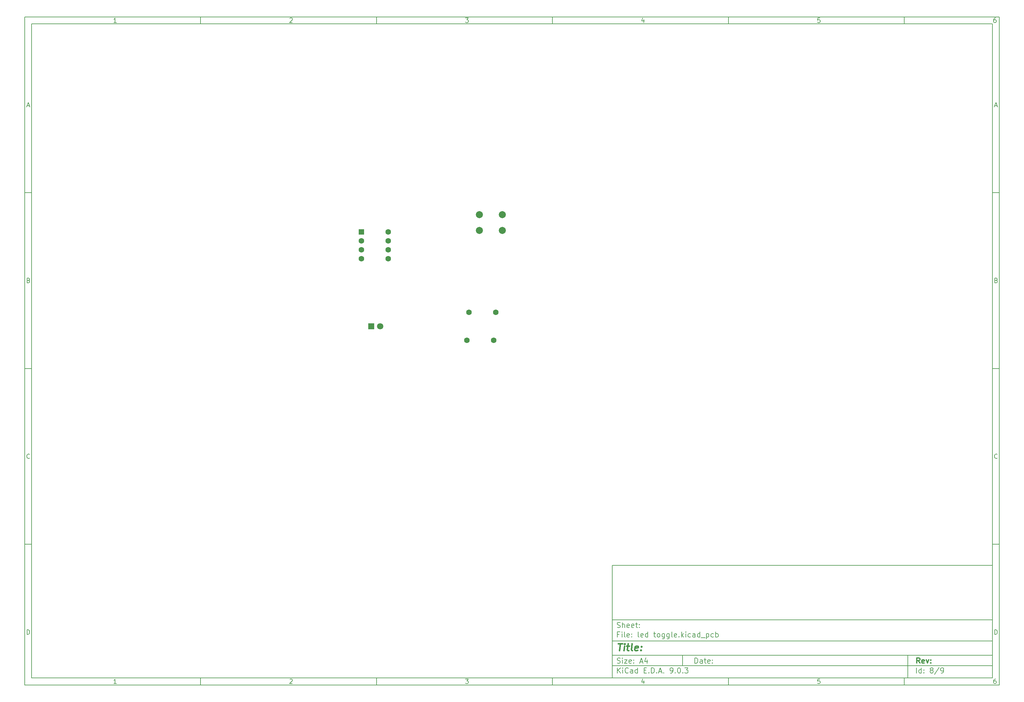
<source format=gbr>
%TF.GenerationSoftware,KiCad,Pcbnew,9.0.3*%
%TF.CreationDate,2025-07-31T01:26:59+05:30*%
%TF.ProjectId,led toggle,6c656420-746f-4676-976c-652e6b696361,rev?*%
%TF.SameCoordinates,Original*%
%TF.FileFunction,Soldermask,Bot*%
%TF.FilePolarity,Negative*%
%FSLAX46Y46*%
G04 Gerber Fmt 4.6, Leading zero omitted, Abs format (unit mm)*
G04 Created by KiCad (PCBNEW 9.0.3) date 2025-07-31 01:26:59*
%MOMM*%
%LPD*%
G01*
G04 APERTURE LIST*
G04 Aperture macros list*
%AMRoundRect*
0 Rectangle with rounded corners*
0 $1 Rounding radius*
0 $2 $3 $4 $5 $6 $7 $8 $9 X,Y pos of 4 corners*
0 Add a 4 corners polygon primitive as box body*
4,1,4,$2,$3,$4,$5,$6,$7,$8,$9,$2,$3,0*
0 Add four circle primitives for the rounded corners*
1,1,$1+$1,$2,$3*
1,1,$1+$1,$4,$5*
1,1,$1+$1,$6,$7*
1,1,$1+$1,$8,$9*
0 Add four rect primitives between the rounded corners*
20,1,$1+$1,$2,$3,$4,$5,0*
20,1,$1+$1,$4,$5,$6,$7,0*
20,1,$1+$1,$6,$7,$8,$9,0*
20,1,$1+$1,$8,$9,$2,$3,0*%
G04 Aperture macros list end*
%ADD10C,0.100000*%
%ADD11C,0.150000*%
%ADD12C,0.300000*%
%ADD13C,0.400000*%
%ADD14C,1.600000*%
%ADD15RoundRect,0.250000X-0.550000X-0.550000X0.550000X-0.550000X0.550000X0.550000X-0.550000X0.550000X0*%
%ADD16C,2.000000*%
%ADD17R,1.800000X1.800000*%
%ADD18C,1.800000*%
G04 APERTURE END LIST*
D10*
D11*
X177002200Y-166007200D02*
X285002200Y-166007200D01*
X285002200Y-198007200D01*
X177002200Y-198007200D01*
X177002200Y-166007200D01*
D10*
D11*
X10000000Y-10000000D02*
X287002200Y-10000000D01*
X287002200Y-200007200D01*
X10000000Y-200007200D01*
X10000000Y-10000000D01*
D10*
D11*
X12000000Y-12000000D02*
X285002200Y-12000000D01*
X285002200Y-198007200D01*
X12000000Y-198007200D01*
X12000000Y-12000000D01*
D10*
D11*
X60000000Y-12000000D02*
X60000000Y-10000000D01*
D10*
D11*
X110000000Y-12000000D02*
X110000000Y-10000000D01*
D10*
D11*
X160000000Y-12000000D02*
X160000000Y-10000000D01*
D10*
D11*
X210000000Y-12000000D02*
X210000000Y-10000000D01*
D10*
D11*
X260000000Y-12000000D02*
X260000000Y-10000000D01*
D10*
D11*
X36089160Y-11593604D02*
X35346303Y-11593604D01*
X35717731Y-11593604D02*
X35717731Y-10293604D01*
X35717731Y-10293604D02*
X35593922Y-10479319D01*
X35593922Y-10479319D02*
X35470112Y-10603128D01*
X35470112Y-10603128D02*
X35346303Y-10665033D01*
D10*
D11*
X85346303Y-10417414D02*
X85408207Y-10355509D01*
X85408207Y-10355509D02*
X85532017Y-10293604D01*
X85532017Y-10293604D02*
X85841541Y-10293604D01*
X85841541Y-10293604D02*
X85965350Y-10355509D01*
X85965350Y-10355509D02*
X86027255Y-10417414D01*
X86027255Y-10417414D02*
X86089160Y-10541223D01*
X86089160Y-10541223D02*
X86089160Y-10665033D01*
X86089160Y-10665033D02*
X86027255Y-10850747D01*
X86027255Y-10850747D02*
X85284398Y-11593604D01*
X85284398Y-11593604D02*
X86089160Y-11593604D01*
D10*
D11*
X135284398Y-10293604D02*
X136089160Y-10293604D01*
X136089160Y-10293604D02*
X135655826Y-10788842D01*
X135655826Y-10788842D02*
X135841541Y-10788842D01*
X135841541Y-10788842D02*
X135965350Y-10850747D01*
X135965350Y-10850747D02*
X136027255Y-10912652D01*
X136027255Y-10912652D02*
X136089160Y-11036461D01*
X136089160Y-11036461D02*
X136089160Y-11345985D01*
X136089160Y-11345985D02*
X136027255Y-11469795D01*
X136027255Y-11469795D02*
X135965350Y-11531700D01*
X135965350Y-11531700D02*
X135841541Y-11593604D01*
X135841541Y-11593604D02*
X135470112Y-11593604D01*
X135470112Y-11593604D02*
X135346303Y-11531700D01*
X135346303Y-11531700D02*
X135284398Y-11469795D01*
D10*
D11*
X185965350Y-10726938D02*
X185965350Y-11593604D01*
X185655826Y-10231700D02*
X185346303Y-11160271D01*
X185346303Y-11160271D02*
X186151064Y-11160271D01*
D10*
D11*
X236027255Y-10293604D02*
X235408207Y-10293604D01*
X235408207Y-10293604D02*
X235346303Y-10912652D01*
X235346303Y-10912652D02*
X235408207Y-10850747D01*
X235408207Y-10850747D02*
X235532017Y-10788842D01*
X235532017Y-10788842D02*
X235841541Y-10788842D01*
X235841541Y-10788842D02*
X235965350Y-10850747D01*
X235965350Y-10850747D02*
X236027255Y-10912652D01*
X236027255Y-10912652D02*
X236089160Y-11036461D01*
X236089160Y-11036461D02*
X236089160Y-11345985D01*
X236089160Y-11345985D02*
X236027255Y-11469795D01*
X236027255Y-11469795D02*
X235965350Y-11531700D01*
X235965350Y-11531700D02*
X235841541Y-11593604D01*
X235841541Y-11593604D02*
X235532017Y-11593604D01*
X235532017Y-11593604D02*
X235408207Y-11531700D01*
X235408207Y-11531700D02*
X235346303Y-11469795D01*
D10*
D11*
X285965350Y-10293604D02*
X285717731Y-10293604D01*
X285717731Y-10293604D02*
X285593922Y-10355509D01*
X285593922Y-10355509D02*
X285532017Y-10417414D01*
X285532017Y-10417414D02*
X285408207Y-10603128D01*
X285408207Y-10603128D02*
X285346303Y-10850747D01*
X285346303Y-10850747D02*
X285346303Y-11345985D01*
X285346303Y-11345985D02*
X285408207Y-11469795D01*
X285408207Y-11469795D02*
X285470112Y-11531700D01*
X285470112Y-11531700D02*
X285593922Y-11593604D01*
X285593922Y-11593604D02*
X285841541Y-11593604D01*
X285841541Y-11593604D02*
X285965350Y-11531700D01*
X285965350Y-11531700D02*
X286027255Y-11469795D01*
X286027255Y-11469795D02*
X286089160Y-11345985D01*
X286089160Y-11345985D02*
X286089160Y-11036461D01*
X286089160Y-11036461D02*
X286027255Y-10912652D01*
X286027255Y-10912652D02*
X285965350Y-10850747D01*
X285965350Y-10850747D02*
X285841541Y-10788842D01*
X285841541Y-10788842D02*
X285593922Y-10788842D01*
X285593922Y-10788842D02*
X285470112Y-10850747D01*
X285470112Y-10850747D02*
X285408207Y-10912652D01*
X285408207Y-10912652D02*
X285346303Y-11036461D01*
D10*
D11*
X60000000Y-198007200D02*
X60000000Y-200007200D01*
D10*
D11*
X110000000Y-198007200D02*
X110000000Y-200007200D01*
D10*
D11*
X160000000Y-198007200D02*
X160000000Y-200007200D01*
D10*
D11*
X210000000Y-198007200D02*
X210000000Y-200007200D01*
D10*
D11*
X260000000Y-198007200D02*
X260000000Y-200007200D01*
D10*
D11*
X36089160Y-199600804D02*
X35346303Y-199600804D01*
X35717731Y-199600804D02*
X35717731Y-198300804D01*
X35717731Y-198300804D02*
X35593922Y-198486519D01*
X35593922Y-198486519D02*
X35470112Y-198610328D01*
X35470112Y-198610328D02*
X35346303Y-198672233D01*
D10*
D11*
X85346303Y-198424614D02*
X85408207Y-198362709D01*
X85408207Y-198362709D02*
X85532017Y-198300804D01*
X85532017Y-198300804D02*
X85841541Y-198300804D01*
X85841541Y-198300804D02*
X85965350Y-198362709D01*
X85965350Y-198362709D02*
X86027255Y-198424614D01*
X86027255Y-198424614D02*
X86089160Y-198548423D01*
X86089160Y-198548423D02*
X86089160Y-198672233D01*
X86089160Y-198672233D02*
X86027255Y-198857947D01*
X86027255Y-198857947D02*
X85284398Y-199600804D01*
X85284398Y-199600804D02*
X86089160Y-199600804D01*
D10*
D11*
X135284398Y-198300804D02*
X136089160Y-198300804D01*
X136089160Y-198300804D02*
X135655826Y-198796042D01*
X135655826Y-198796042D02*
X135841541Y-198796042D01*
X135841541Y-198796042D02*
X135965350Y-198857947D01*
X135965350Y-198857947D02*
X136027255Y-198919852D01*
X136027255Y-198919852D02*
X136089160Y-199043661D01*
X136089160Y-199043661D02*
X136089160Y-199353185D01*
X136089160Y-199353185D02*
X136027255Y-199476995D01*
X136027255Y-199476995D02*
X135965350Y-199538900D01*
X135965350Y-199538900D02*
X135841541Y-199600804D01*
X135841541Y-199600804D02*
X135470112Y-199600804D01*
X135470112Y-199600804D02*
X135346303Y-199538900D01*
X135346303Y-199538900D02*
X135284398Y-199476995D01*
D10*
D11*
X185965350Y-198734138D02*
X185965350Y-199600804D01*
X185655826Y-198238900D02*
X185346303Y-199167471D01*
X185346303Y-199167471D02*
X186151064Y-199167471D01*
D10*
D11*
X236027255Y-198300804D02*
X235408207Y-198300804D01*
X235408207Y-198300804D02*
X235346303Y-198919852D01*
X235346303Y-198919852D02*
X235408207Y-198857947D01*
X235408207Y-198857947D02*
X235532017Y-198796042D01*
X235532017Y-198796042D02*
X235841541Y-198796042D01*
X235841541Y-198796042D02*
X235965350Y-198857947D01*
X235965350Y-198857947D02*
X236027255Y-198919852D01*
X236027255Y-198919852D02*
X236089160Y-199043661D01*
X236089160Y-199043661D02*
X236089160Y-199353185D01*
X236089160Y-199353185D02*
X236027255Y-199476995D01*
X236027255Y-199476995D02*
X235965350Y-199538900D01*
X235965350Y-199538900D02*
X235841541Y-199600804D01*
X235841541Y-199600804D02*
X235532017Y-199600804D01*
X235532017Y-199600804D02*
X235408207Y-199538900D01*
X235408207Y-199538900D02*
X235346303Y-199476995D01*
D10*
D11*
X285965350Y-198300804D02*
X285717731Y-198300804D01*
X285717731Y-198300804D02*
X285593922Y-198362709D01*
X285593922Y-198362709D02*
X285532017Y-198424614D01*
X285532017Y-198424614D02*
X285408207Y-198610328D01*
X285408207Y-198610328D02*
X285346303Y-198857947D01*
X285346303Y-198857947D02*
X285346303Y-199353185D01*
X285346303Y-199353185D02*
X285408207Y-199476995D01*
X285408207Y-199476995D02*
X285470112Y-199538900D01*
X285470112Y-199538900D02*
X285593922Y-199600804D01*
X285593922Y-199600804D02*
X285841541Y-199600804D01*
X285841541Y-199600804D02*
X285965350Y-199538900D01*
X285965350Y-199538900D02*
X286027255Y-199476995D01*
X286027255Y-199476995D02*
X286089160Y-199353185D01*
X286089160Y-199353185D02*
X286089160Y-199043661D01*
X286089160Y-199043661D02*
X286027255Y-198919852D01*
X286027255Y-198919852D02*
X285965350Y-198857947D01*
X285965350Y-198857947D02*
X285841541Y-198796042D01*
X285841541Y-198796042D02*
X285593922Y-198796042D01*
X285593922Y-198796042D02*
X285470112Y-198857947D01*
X285470112Y-198857947D02*
X285408207Y-198919852D01*
X285408207Y-198919852D02*
X285346303Y-199043661D01*
D10*
D11*
X10000000Y-60000000D02*
X12000000Y-60000000D01*
D10*
D11*
X10000000Y-110000000D02*
X12000000Y-110000000D01*
D10*
D11*
X10000000Y-160000000D02*
X12000000Y-160000000D01*
D10*
D11*
X10690476Y-35222176D02*
X11309523Y-35222176D01*
X10566666Y-35593604D02*
X10999999Y-34293604D01*
X10999999Y-34293604D02*
X11433333Y-35593604D01*
D10*
D11*
X11092857Y-84912652D02*
X11278571Y-84974557D01*
X11278571Y-84974557D02*
X11340476Y-85036461D01*
X11340476Y-85036461D02*
X11402380Y-85160271D01*
X11402380Y-85160271D02*
X11402380Y-85345985D01*
X11402380Y-85345985D02*
X11340476Y-85469795D01*
X11340476Y-85469795D02*
X11278571Y-85531700D01*
X11278571Y-85531700D02*
X11154761Y-85593604D01*
X11154761Y-85593604D02*
X10659523Y-85593604D01*
X10659523Y-85593604D02*
X10659523Y-84293604D01*
X10659523Y-84293604D02*
X11092857Y-84293604D01*
X11092857Y-84293604D02*
X11216666Y-84355509D01*
X11216666Y-84355509D02*
X11278571Y-84417414D01*
X11278571Y-84417414D02*
X11340476Y-84541223D01*
X11340476Y-84541223D02*
X11340476Y-84665033D01*
X11340476Y-84665033D02*
X11278571Y-84788842D01*
X11278571Y-84788842D02*
X11216666Y-84850747D01*
X11216666Y-84850747D02*
X11092857Y-84912652D01*
X11092857Y-84912652D02*
X10659523Y-84912652D01*
D10*
D11*
X11402380Y-135469795D02*
X11340476Y-135531700D01*
X11340476Y-135531700D02*
X11154761Y-135593604D01*
X11154761Y-135593604D02*
X11030952Y-135593604D01*
X11030952Y-135593604D02*
X10845238Y-135531700D01*
X10845238Y-135531700D02*
X10721428Y-135407890D01*
X10721428Y-135407890D02*
X10659523Y-135284080D01*
X10659523Y-135284080D02*
X10597619Y-135036461D01*
X10597619Y-135036461D02*
X10597619Y-134850747D01*
X10597619Y-134850747D02*
X10659523Y-134603128D01*
X10659523Y-134603128D02*
X10721428Y-134479319D01*
X10721428Y-134479319D02*
X10845238Y-134355509D01*
X10845238Y-134355509D02*
X11030952Y-134293604D01*
X11030952Y-134293604D02*
X11154761Y-134293604D01*
X11154761Y-134293604D02*
X11340476Y-134355509D01*
X11340476Y-134355509D02*
X11402380Y-134417414D01*
D10*
D11*
X10659523Y-185593604D02*
X10659523Y-184293604D01*
X10659523Y-184293604D02*
X10969047Y-184293604D01*
X10969047Y-184293604D02*
X11154761Y-184355509D01*
X11154761Y-184355509D02*
X11278571Y-184479319D01*
X11278571Y-184479319D02*
X11340476Y-184603128D01*
X11340476Y-184603128D02*
X11402380Y-184850747D01*
X11402380Y-184850747D02*
X11402380Y-185036461D01*
X11402380Y-185036461D02*
X11340476Y-185284080D01*
X11340476Y-185284080D02*
X11278571Y-185407890D01*
X11278571Y-185407890D02*
X11154761Y-185531700D01*
X11154761Y-185531700D02*
X10969047Y-185593604D01*
X10969047Y-185593604D02*
X10659523Y-185593604D01*
D10*
D11*
X287002200Y-60000000D02*
X285002200Y-60000000D01*
D10*
D11*
X287002200Y-110000000D02*
X285002200Y-110000000D01*
D10*
D11*
X287002200Y-160000000D02*
X285002200Y-160000000D01*
D10*
D11*
X285692676Y-35222176D02*
X286311723Y-35222176D01*
X285568866Y-35593604D02*
X286002199Y-34293604D01*
X286002199Y-34293604D02*
X286435533Y-35593604D01*
D10*
D11*
X286095057Y-84912652D02*
X286280771Y-84974557D01*
X286280771Y-84974557D02*
X286342676Y-85036461D01*
X286342676Y-85036461D02*
X286404580Y-85160271D01*
X286404580Y-85160271D02*
X286404580Y-85345985D01*
X286404580Y-85345985D02*
X286342676Y-85469795D01*
X286342676Y-85469795D02*
X286280771Y-85531700D01*
X286280771Y-85531700D02*
X286156961Y-85593604D01*
X286156961Y-85593604D02*
X285661723Y-85593604D01*
X285661723Y-85593604D02*
X285661723Y-84293604D01*
X285661723Y-84293604D02*
X286095057Y-84293604D01*
X286095057Y-84293604D02*
X286218866Y-84355509D01*
X286218866Y-84355509D02*
X286280771Y-84417414D01*
X286280771Y-84417414D02*
X286342676Y-84541223D01*
X286342676Y-84541223D02*
X286342676Y-84665033D01*
X286342676Y-84665033D02*
X286280771Y-84788842D01*
X286280771Y-84788842D02*
X286218866Y-84850747D01*
X286218866Y-84850747D02*
X286095057Y-84912652D01*
X286095057Y-84912652D02*
X285661723Y-84912652D01*
D10*
D11*
X286404580Y-135469795D02*
X286342676Y-135531700D01*
X286342676Y-135531700D02*
X286156961Y-135593604D01*
X286156961Y-135593604D02*
X286033152Y-135593604D01*
X286033152Y-135593604D02*
X285847438Y-135531700D01*
X285847438Y-135531700D02*
X285723628Y-135407890D01*
X285723628Y-135407890D02*
X285661723Y-135284080D01*
X285661723Y-135284080D02*
X285599819Y-135036461D01*
X285599819Y-135036461D02*
X285599819Y-134850747D01*
X285599819Y-134850747D02*
X285661723Y-134603128D01*
X285661723Y-134603128D02*
X285723628Y-134479319D01*
X285723628Y-134479319D02*
X285847438Y-134355509D01*
X285847438Y-134355509D02*
X286033152Y-134293604D01*
X286033152Y-134293604D02*
X286156961Y-134293604D01*
X286156961Y-134293604D02*
X286342676Y-134355509D01*
X286342676Y-134355509D02*
X286404580Y-134417414D01*
D10*
D11*
X285661723Y-185593604D02*
X285661723Y-184293604D01*
X285661723Y-184293604D02*
X285971247Y-184293604D01*
X285971247Y-184293604D02*
X286156961Y-184355509D01*
X286156961Y-184355509D02*
X286280771Y-184479319D01*
X286280771Y-184479319D02*
X286342676Y-184603128D01*
X286342676Y-184603128D02*
X286404580Y-184850747D01*
X286404580Y-184850747D02*
X286404580Y-185036461D01*
X286404580Y-185036461D02*
X286342676Y-185284080D01*
X286342676Y-185284080D02*
X286280771Y-185407890D01*
X286280771Y-185407890D02*
X286156961Y-185531700D01*
X286156961Y-185531700D02*
X285971247Y-185593604D01*
X285971247Y-185593604D02*
X285661723Y-185593604D01*
D10*
D11*
X200458026Y-193793328D02*
X200458026Y-192293328D01*
X200458026Y-192293328D02*
X200815169Y-192293328D01*
X200815169Y-192293328D02*
X201029455Y-192364757D01*
X201029455Y-192364757D02*
X201172312Y-192507614D01*
X201172312Y-192507614D02*
X201243741Y-192650471D01*
X201243741Y-192650471D02*
X201315169Y-192936185D01*
X201315169Y-192936185D02*
X201315169Y-193150471D01*
X201315169Y-193150471D02*
X201243741Y-193436185D01*
X201243741Y-193436185D02*
X201172312Y-193579042D01*
X201172312Y-193579042D02*
X201029455Y-193721900D01*
X201029455Y-193721900D02*
X200815169Y-193793328D01*
X200815169Y-193793328D02*
X200458026Y-193793328D01*
X202600884Y-193793328D02*
X202600884Y-193007614D01*
X202600884Y-193007614D02*
X202529455Y-192864757D01*
X202529455Y-192864757D02*
X202386598Y-192793328D01*
X202386598Y-192793328D02*
X202100884Y-192793328D01*
X202100884Y-192793328D02*
X201958026Y-192864757D01*
X202600884Y-193721900D02*
X202458026Y-193793328D01*
X202458026Y-193793328D02*
X202100884Y-193793328D01*
X202100884Y-193793328D02*
X201958026Y-193721900D01*
X201958026Y-193721900D02*
X201886598Y-193579042D01*
X201886598Y-193579042D02*
X201886598Y-193436185D01*
X201886598Y-193436185D02*
X201958026Y-193293328D01*
X201958026Y-193293328D02*
X202100884Y-193221900D01*
X202100884Y-193221900D02*
X202458026Y-193221900D01*
X202458026Y-193221900D02*
X202600884Y-193150471D01*
X203100884Y-192793328D02*
X203672312Y-192793328D01*
X203315169Y-192293328D02*
X203315169Y-193579042D01*
X203315169Y-193579042D02*
X203386598Y-193721900D01*
X203386598Y-193721900D02*
X203529455Y-193793328D01*
X203529455Y-193793328D02*
X203672312Y-193793328D01*
X204743741Y-193721900D02*
X204600884Y-193793328D01*
X204600884Y-193793328D02*
X204315170Y-193793328D01*
X204315170Y-193793328D02*
X204172312Y-193721900D01*
X204172312Y-193721900D02*
X204100884Y-193579042D01*
X204100884Y-193579042D02*
X204100884Y-193007614D01*
X204100884Y-193007614D02*
X204172312Y-192864757D01*
X204172312Y-192864757D02*
X204315170Y-192793328D01*
X204315170Y-192793328D02*
X204600884Y-192793328D01*
X204600884Y-192793328D02*
X204743741Y-192864757D01*
X204743741Y-192864757D02*
X204815170Y-193007614D01*
X204815170Y-193007614D02*
X204815170Y-193150471D01*
X204815170Y-193150471D02*
X204100884Y-193293328D01*
X205458026Y-193650471D02*
X205529455Y-193721900D01*
X205529455Y-193721900D02*
X205458026Y-193793328D01*
X205458026Y-193793328D02*
X205386598Y-193721900D01*
X205386598Y-193721900D02*
X205458026Y-193650471D01*
X205458026Y-193650471D02*
X205458026Y-193793328D01*
X205458026Y-192864757D02*
X205529455Y-192936185D01*
X205529455Y-192936185D02*
X205458026Y-193007614D01*
X205458026Y-193007614D02*
X205386598Y-192936185D01*
X205386598Y-192936185D02*
X205458026Y-192864757D01*
X205458026Y-192864757D02*
X205458026Y-193007614D01*
D10*
D11*
X177002200Y-194507200D02*
X285002200Y-194507200D01*
D10*
D11*
X178458026Y-196593328D02*
X178458026Y-195093328D01*
X179315169Y-196593328D02*
X178672312Y-195736185D01*
X179315169Y-195093328D02*
X178458026Y-195950471D01*
X179958026Y-196593328D02*
X179958026Y-195593328D01*
X179958026Y-195093328D02*
X179886598Y-195164757D01*
X179886598Y-195164757D02*
X179958026Y-195236185D01*
X179958026Y-195236185D02*
X180029455Y-195164757D01*
X180029455Y-195164757D02*
X179958026Y-195093328D01*
X179958026Y-195093328D02*
X179958026Y-195236185D01*
X181529455Y-196450471D02*
X181458027Y-196521900D01*
X181458027Y-196521900D02*
X181243741Y-196593328D01*
X181243741Y-196593328D02*
X181100884Y-196593328D01*
X181100884Y-196593328D02*
X180886598Y-196521900D01*
X180886598Y-196521900D02*
X180743741Y-196379042D01*
X180743741Y-196379042D02*
X180672312Y-196236185D01*
X180672312Y-196236185D02*
X180600884Y-195950471D01*
X180600884Y-195950471D02*
X180600884Y-195736185D01*
X180600884Y-195736185D02*
X180672312Y-195450471D01*
X180672312Y-195450471D02*
X180743741Y-195307614D01*
X180743741Y-195307614D02*
X180886598Y-195164757D01*
X180886598Y-195164757D02*
X181100884Y-195093328D01*
X181100884Y-195093328D02*
X181243741Y-195093328D01*
X181243741Y-195093328D02*
X181458027Y-195164757D01*
X181458027Y-195164757D02*
X181529455Y-195236185D01*
X182815170Y-196593328D02*
X182815170Y-195807614D01*
X182815170Y-195807614D02*
X182743741Y-195664757D01*
X182743741Y-195664757D02*
X182600884Y-195593328D01*
X182600884Y-195593328D02*
X182315170Y-195593328D01*
X182315170Y-195593328D02*
X182172312Y-195664757D01*
X182815170Y-196521900D02*
X182672312Y-196593328D01*
X182672312Y-196593328D02*
X182315170Y-196593328D01*
X182315170Y-196593328D02*
X182172312Y-196521900D01*
X182172312Y-196521900D02*
X182100884Y-196379042D01*
X182100884Y-196379042D02*
X182100884Y-196236185D01*
X182100884Y-196236185D02*
X182172312Y-196093328D01*
X182172312Y-196093328D02*
X182315170Y-196021900D01*
X182315170Y-196021900D02*
X182672312Y-196021900D01*
X182672312Y-196021900D02*
X182815170Y-195950471D01*
X184172313Y-196593328D02*
X184172313Y-195093328D01*
X184172313Y-196521900D02*
X184029455Y-196593328D01*
X184029455Y-196593328D02*
X183743741Y-196593328D01*
X183743741Y-196593328D02*
X183600884Y-196521900D01*
X183600884Y-196521900D02*
X183529455Y-196450471D01*
X183529455Y-196450471D02*
X183458027Y-196307614D01*
X183458027Y-196307614D02*
X183458027Y-195879042D01*
X183458027Y-195879042D02*
X183529455Y-195736185D01*
X183529455Y-195736185D02*
X183600884Y-195664757D01*
X183600884Y-195664757D02*
X183743741Y-195593328D01*
X183743741Y-195593328D02*
X184029455Y-195593328D01*
X184029455Y-195593328D02*
X184172313Y-195664757D01*
X186029455Y-195807614D02*
X186529455Y-195807614D01*
X186743741Y-196593328D02*
X186029455Y-196593328D01*
X186029455Y-196593328D02*
X186029455Y-195093328D01*
X186029455Y-195093328D02*
X186743741Y-195093328D01*
X187386598Y-196450471D02*
X187458027Y-196521900D01*
X187458027Y-196521900D02*
X187386598Y-196593328D01*
X187386598Y-196593328D02*
X187315170Y-196521900D01*
X187315170Y-196521900D02*
X187386598Y-196450471D01*
X187386598Y-196450471D02*
X187386598Y-196593328D01*
X188100884Y-196593328D02*
X188100884Y-195093328D01*
X188100884Y-195093328D02*
X188458027Y-195093328D01*
X188458027Y-195093328D02*
X188672313Y-195164757D01*
X188672313Y-195164757D02*
X188815170Y-195307614D01*
X188815170Y-195307614D02*
X188886599Y-195450471D01*
X188886599Y-195450471D02*
X188958027Y-195736185D01*
X188958027Y-195736185D02*
X188958027Y-195950471D01*
X188958027Y-195950471D02*
X188886599Y-196236185D01*
X188886599Y-196236185D02*
X188815170Y-196379042D01*
X188815170Y-196379042D02*
X188672313Y-196521900D01*
X188672313Y-196521900D02*
X188458027Y-196593328D01*
X188458027Y-196593328D02*
X188100884Y-196593328D01*
X189600884Y-196450471D02*
X189672313Y-196521900D01*
X189672313Y-196521900D02*
X189600884Y-196593328D01*
X189600884Y-196593328D02*
X189529456Y-196521900D01*
X189529456Y-196521900D02*
X189600884Y-196450471D01*
X189600884Y-196450471D02*
X189600884Y-196593328D01*
X190243742Y-196164757D02*
X190958028Y-196164757D01*
X190100885Y-196593328D02*
X190600885Y-195093328D01*
X190600885Y-195093328D02*
X191100885Y-196593328D01*
X191600884Y-196450471D02*
X191672313Y-196521900D01*
X191672313Y-196521900D02*
X191600884Y-196593328D01*
X191600884Y-196593328D02*
X191529456Y-196521900D01*
X191529456Y-196521900D02*
X191600884Y-196450471D01*
X191600884Y-196450471D02*
X191600884Y-196593328D01*
X193529456Y-196593328D02*
X193815170Y-196593328D01*
X193815170Y-196593328D02*
X193958027Y-196521900D01*
X193958027Y-196521900D02*
X194029456Y-196450471D01*
X194029456Y-196450471D02*
X194172313Y-196236185D01*
X194172313Y-196236185D02*
X194243742Y-195950471D01*
X194243742Y-195950471D02*
X194243742Y-195379042D01*
X194243742Y-195379042D02*
X194172313Y-195236185D01*
X194172313Y-195236185D02*
X194100885Y-195164757D01*
X194100885Y-195164757D02*
X193958027Y-195093328D01*
X193958027Y-195093328D02*
X193672313Y-195093328D01*
X193672313Y-195093328D02*
X193529456Y-195164757D01*
X193529456Y-195164757D02*
X193458027Y-195236185D01*
X193458027Y-195236185D02*
X193386599Y-195379042D01*
X193386599Y-195379042D02*
X193386599Y-195736185D01*
X193386599Y-195736185D02*
X193458027Y-195879042D01*
X193458027Y-195879042D02*
X193529456Y-195950471D01*
X193529456Y-195950471D02*
X193672313Y-196021900D01*
X193672313Y-196021900D02*
X193958027Y-196021900D01*
X193958027Y-196021900D02*
X194100885Y-195950471D01*
X194100885Y-195950471D02*
X194172313Y-195879042D01*
X194172313Y-195879042D02*
X194243742Y-195736185D01*
X194886598Y-196450471D02*
X194958027Y-196521900D01*
X194958027Y-196521900D02*
X194886598Y-196593328D01*
X194886598Y-196593328D02*
X194815170Y-196521900D01*
X194815170Y-196521900D02*
X194886598Y-196450471D01*
X194886598Y-196450471D02*
X194886598Y-196593328D01*
X195886599Y-195093328D02*
X196029456Y-195093328D01*
X196029456Y-195093328D02*
X196172313Y-195164757D01*
X196172313Y-195164757D02*
X196243742Y-195236185D01*
X196243742Y-195236185D02*
X196315170Y-195379042D01*
X196315170Y-195379042D02*
X196386599Y-195664757D01*
X196386599Y-195664757D02*
X196386599Y-196021900D01*
X196386599Y-196021900D02*
X196315170Y-196307614D01*
X196315170Y-196307614D02*
X196243742Y-196450471D01*
X196243742Y-196450471D02*
X196172313Y-196521900D01*
X196172313Y-196521900D02*
X196029456Y-196593328D01*
X196029456Y-196593328D02*
X195886599Y-196593328D01*
X195886599Y-196593328D02*
X195743742Y-196521900D01*
X195743742Y-196521900D02*
X195672313Y-196450471D01*
X195672313Y-196450471D02*
X195600884Y-196307614D01*
X195600884Y-196307614D02*
X195529456Y-196021900D01*
X195529456Y-196021900D02*
X195529456Y-195664757D01*
X195529456Y-195664757D02*
X195600884Y-195379042D01*
X195600884Y-195379042D02*
X195672313Y-195236185D01*
X195672313Y-195236185D02*
X195743742Y-195164757D01*
X195743742Y-195164757D02*
X195886599Y-195093328D01*
X197029455Y-196450471D02*
X197100884Y-196521900D01*
X197100884Y-196521900D02*
X197029455Y-196593328D01*
X197029455Y-196593328D02*
X196958027Y-196521900D01*
X196958027Y-196521900D02*
X197029455Y-196450471D01*
X197029455Y-196450471D02*
X197029455Y-196593328D01*
X197600884Y-195093328D02*
X198529456Y-195093328D01*
X198529456Y-195093328D02*
X198029456Y-195664757D01*
X198029456Y-195664757D02*
X198243741Y-195664757D01*
X198243741Y-195664757D02*
X198386599Y-195736185D01*
X198386599Y-195736185D02*
X198458027Y-195807614D01*
X198458027Y-195807614D02*
X198529456Y-195950471D01*
X198529456Y-195950471D02*
X198529456Y-196307614D01*
X198529456Y-196307614D02*
X198458027Y-196450471D01*
X198458027Y-196450471D02*
X198386599Y-196521900D01*
X198386599Y-196521900D02*
X198243741Y-196593328D01*
X198243741Y-196593328D02*
X197815170Y-196593328D01*
X197815170Y-196593328D02*
X197672313Y-196521900D01*
X197672313Y-196521900D02*
X197600884Y-196450471D01*
D10*
D11*
X177002200Y-191507200D02*
X285002200Y-191507200D01*
D10*
D12*
X264413853Y-193785528D02*
X263913853Y-193071242D01*
X263556710Y-193785528D02*
X263556710Y-192285528D01*
X263556710Y-192285528D02*
X264128139Y-192285528D01*
X264128139Y-192285528D02*
X264270996Y-192356957D01*
X264270996Y-192356957D02*
X264342425Y-192428385D01*
X264342425Y-192428385D02*
X264413853Y-192571242D01*
X264413853Y-192571242D02*
X264413853Y-192785528D01*
X264413853Y-192785528D02*
X264342425Y-192928385D01*
X264342425Y-192928385D02*
X264270996Y-192999814D01*
X264270996Y-192999814D02*
X264128139Y-193071242D01*
X264128139Y-193071242D02*
X263556710Y-193071242D01*
X265628139Y-193714100D02*
X265485282Y-193785528D01*
X265485282Y-193785528D02*
X265199568Y-193785528D01*
X265199568Y-193785528D02*
X265056710Y-193714100D01*
X265056710Y-193714100D02*
X264985282Y-193571242D01*
X264985282Y-193571242D02*
X264985282Y-192999814D01*
X264985282Y-192999814D02*
X265056710Y-192856957D01*
X265056710Y-192856957D02*
X265199568Y-192785528D01*
X265199568Y-192785528D02*
X265485282Y-192785528D01*
X265485282Y-192785528D02*
X265628139Y-192856957D01*
X265628139Y-192856957D02*
X265699568Y-192999814D01*
X265699568Y-192999814D02*
X265699568Y-193142671D01*
X265699568Y-193142671D02*
X264985282Y-193285528D01*
X266199567Y-192785528D02*
X266556710Y-193785528D01*
X266556710Y-193785528D02*
X266913853Y-192785528D01*
X267485281Y-193642671D02*
X267556710Y-193714100D01*
X267556710Y-193714100D02*
X267485281Y-193785528D01*
X267485281Y-193785528D02*
X267413853Y-193714100D01*
X267413853Y-193714100D02*
X267485281Y-193642671D01*
X267485281Y-193642671D02*
X267485281Y-193785528D01*
X267485281Y-192856957D02*
X267556710Y-192928385D01*
X267556710Y-192928385D02*
X267485281Y-192999814D01*
X267485281Y-192999814D02*
X267413853Y-192928385D01*
X267413853Y-192928385D02*
X267485281Y-192856957D01*
X267485281Y-192856957D02*
X267485281Y-192999814D01*
D10*
D11*
X178386598Y-193721900D02*
X178600884Y-193793328D01*
X178600884Y-193793328D02*
X178958026Y-193793328D01*
X178958026Y-193793328D02*
X179100884Y-193721900D01*
X179100884Y-193721900D02*
X179172312Y-193650471D01*
X179172312Y-193650471D02*
X179243741Y-193507614D01*
X179243741Y-193507614D02*
X179243741Y-193364757D01*
X179243741Y-193364757D02*
X179172312Y-193221900D01*
X179172312Y-193221900D02*
X179100884Y-193150471D01*
X179100884Y-193150471D02*
X178958026Y-193079042D01*
X178958026Y-193079042D02*
X178672312Y-193007614D01*
X178672312Y-193007614D02*
X178529455Y-192936185D01*
X178529455Y-192936185D02*
X178458026Y-192864757D01*
X178458026Y-192864757D02*
X178386598Y-192721900D01*
X178386598Y-192721900D02*
X178386598Y-192579042D01*
X178386598Y-192579042D02*
X178458026Y-192436185D01*
X178458026Y-192436185D02*
X178529455Y-192364757D01*
X178529455Y-192364757D02*
X178672312Y-192293328D01*
X178672312Y-192293328D02*
X179029455Y-192293328D01*
X179029455Y-192293328D02*
X179243741Y-192364757D01*
X179886597Y-193793328D02*
X179886597Y-192793328D01*
X179886597Y-192293328D02*
X179815169Y-192364757D01*
X179815169Y-192364757D02*
X179886597Y-192436185D01*
X179886597Y-192436185D02*
X179958026Y-192364757D01*
X179958026Y-192364757D02*
X179886597Y-192293328D01*
X179886597Y-192293328D02*
X179886597Y-192436185D01*
X180458026Y-192793328D02*
X181243741Y-192793328D01*
X181243741Y-192793328D02*
X180458026Y-193793328D01*
X180458026Y-193793328D02*
X181243741Y-193793328D01*
X182386598Y-193721900D02*
X182243741Y-193793328D01*
X182243741Y-193793328D02*
X181958027Y-193793328D01*
X181958027Y-193793328D02*
X181815169Y-193721900D01*
X181815169Y-193721900D02*
X181743741Y-193579042D01*
X181743741Y-193579042D02*
X181743741Y-193007614D01*
X181743741Y-193007614D02*
X181815169Y-192864757D01*
X181815169Y-192864757D02*
X181958027Y-192793328D01*
X181958027Y-192793328D02*
X182243741Y-192793328D01*
X182243741Y-192793328D02*
X182386598Y-192864757D01*
X182386598Y-192864757D02*
X182458027Y-193007614D01*
X182458027Y-193007614D02*
X182458027Y-193150471D01*
X182458027Y-193150471D02*
X181743741Y-193293328D01*
X183100883Y-193650471D02*
X183172312Y-193721900D01*
X183172312Y-193721900D02*
X183100883Y-193793328D01*
X183100883Y-193793328D02*
X183029455Y-193721900D01*
X183029455Y-193721900D02*
X183100883Y-193650471D01*
X183100883Y-193650471D02*
X183100883Y-193793328D01*
X183100883Y-192864757D02*
X183172312Y-192936185D01*
X183172312Y-192936185D02*
X183100883Y-193007614D01*
X183100883Y-193007614D02*
X183029455Y-192936185D01*
X183029455Y-192936185D02*
X183100883Y-192864757D01*
X183100883Y-192864757D02*
X183100883Y-193007614D01*
X184886598Y-193364757D02*
X185600884Y-193364757D01*
X184743741Y-193793328D02*
X185243741Y-192293328D01*
X185243741Y-192293328D02*
X185743741Y-193793328D01*
X186886598Y-192793328D02*
X186886598Y-193793328D01*
X186529455Y-192221900D02*
X186172312Y-193293328D01*
X186172312Y-193293328D02*
X187100883Y-193293328D01*
D10*
D11*
X263458026Y-196593328D02*
X263458026Y-195093328D01*
X264815170Y-196593328D02*
X264815170Y-195093328D01*
X264815170Y-196521900D02*
X264672312Y-196593328D01*
X264672312Y-196593328D02*
X264386598Y-196593328D01*
X264386598Y-196593328D02*
X264243741Y-196521900D01*
X264243741Y-196521900D02*
X264172312Y-196450471D01*
X264172312Y-196450471D02*
X264100884Y-196307614D01*
X264100884Y-196307614D02*
X264100884Y-195879042D01*
X264100884Y-195879042D02*
X264172312Y-195736185D01*
X264172312Y-195736185D02*
X264243741Y-195664757D01*
X264243741Y-195664757D02*
X264386598Y-195593328D01*
X264386598Y-195593328D02*
X264672312Y-195593328D01*
X264672312Y-195593328D02*
X264815170Y-195664757D01*
X265529455Y-196450471D02*
X265600884Y-196521900D01*
X265600884Y-196521900D02*
X265529455Y-196593328D01*
X265529455Y-196593328D02*
X265458027Y-196521900D01*
X265458027Y-196521900D02*
X265529455Y-196450471D01*
X265529455Y-196450471D02*
X265529455Y-196593328D01*
X265529455Y-195664757D02*
X265600884Y-195736185D01*
X265600884Y-195736185D02*
X265529455Y-195807614D01*
X265529455Y-195807614D02*
X265458027Y-195736185D01*
X265458027Y-195736185D02*
X265529455Y-195664757D01*
X265529455Y-195664757D02*
X265529455Y-195807614D01*
X267600884Y-195736185D02*
X267458027Y-195664757D01*
X267458027Y-195664757D02*
X267386598Y-195593328D01*
X267386598Y-195593328D02*
X267315170Y-195450471D01*
X267315170Y-195450471D02*
X267315170Y-195379042D01*
X267315170Y-195379042D02*
X267386598Y-195236185D01*
X267386598Y-195236185D02*
X267458027Y-195164757D01*
X267458027Y-195164757D02*
X267600884Y-195093328D01*
X267600884Y-195093328D02*
X267886598Y-195093328D01*
X267886598Y-195093328D02*
X268029456Y-195164757D01*
X268029456Y-195164757D02*
X268100884Y-195236185D01*
X268100884Y-195236185D02*
X268172313Y-195379042D01*
X268172313Y-195379042D02*
X268172313Y-195450471D01*
X268172313Y-195450471D02*
X268100884Y-195593328D01*
X268100884Y-195593328D02*
X268029456Y-195664757D01*
X268029456Y-195664757D02*
X267886598Y-195736185D01*
X267886598Y-195736185D02*
X267600884Y-195736185D01*
X267600884Y-195736185D02*
X267458027Y-195807614D01*
X267458027Y-195807614D02*
X267386598Y-195879042D01*
X267386598Y-195879042D02*
X267315170Y-196021900D01*
X267315170Y-196021900D02*
X267315170Y-196307614D01*
X267315170Y-196307614D02*
X267386598Y-196450471D01*
X267386598Y-196450471D02*
X267458027Y-196521900D01*
X267458027Y-196521900D02*
X267600884Y-196593328D01*
X267600884Y-196593328D02*
X267886598Y-196593328D01*
X267886598Y-196593328D02*
X268029456Y-196521900D01*
X268029456Y-196521900D02*
X268100884Y-196450471D01*
X268100884Y-196450471D02*
X268172313Y-196307614D01*
X268172313Y-196307614D02*
X268172313Y-196021900D01*
X268172313Y-196021900D02*
X268100884Y-195879042D01*
X268100884Y-195879042D02*
X268029456Y-195807614D01*
X268029456Y-195807614D02*
X267886598Y-195736185D01*
X269886598Y-195021900D02*
X268600884Y-196950471D01*
X270458027Y-196593328D02*
X270743741Y-196593328D01*
X270743741Y-196593328D02*
X270886598Y-196521900D01*
X270886598Y-196521900D02*
X270958027Y-196450471D01*
X270958027Y-196450471D02*
X271100884Y-196236185D01*
X271100884Y-196236185D02*
X271172313Y-195950471D01*
X271172313Y-195950471D02*
X271172313Y-195379042D01*
X271172313Y-195379042D02*
X271100884Y-195236185D01*
X271100884Y-195236185D02*
X271029456Y-195164757D01*
X271029456Y-195164757D02*
X270886598Y-195093328D01*
X270886598Y-195093328D02*
X270600884Y-195093328D01*
X270600884Y-195093328D02*
X270458027Y-195164757D01*
X270458027Y-195164757D02*
X270386598Y-195236185D01*
X270386598Y-195236185D02*
X270315170Y-195379042D01*
X270315170Y-195379042D02*
X270315170Y-195736185D01*
X270315170Y-195736185D02*
X270386598Y-195879042D01*
X270386598Y-195879042D02*
X270458027Y-195950471D01*
X270458027Y-195950471D02*
X270600884Y-196021900D01*
X270600884Y-196021900D02*
X270886598Y-196021900D01*
X270886598Y-196021900D02*
X271029456Y-195950471D01*
X271029456Y-195950471D02*
X271100884Y-195879042D01*
X271100884Y-195879042D02*
X271172313Y-195736185D01*
D10*
D11*
X177002200Y-187507200D02*
X285002200Y-187507200D01*
D10*
D13*
X178693928Y-188211638D02*
X179836785Y-188211638D01*
X179015357Y-190211638D02*
X179265357Y-188211638D01*
X180253452Y-190211638D02*
X180420119Y-188878304D01*
X180503452Y-188211638D02*
X180396309Y-188306876D01*
X180396309Y-188306876D02*
X180479643Y-188402114D01*
X180479643Y-188402114D02*
X180586786Y-188306876D01*
X180586786Y-188306876D02*
X180503452Y-188211638D01*
X180503452Y-188211638D02*
X180479643Y-188402114D01*
X181086786Y-188878304D02*
X181848690Y-188878304D01*
X181455833Y-188211638D02*
X181241548Y-189925923D01*
X181241548Y-189925923D02*
X181312976Y-190116400D01*
X181312976Y-190116400D02*
X181491548Y-190211638D01*
X181491548Y-190211638D02*
X181682024Y-190211638D01*
X182634405Y-190211638D02*
X182455833Y-190116400D01*
X182455833Y-190116400D02*
X182384405Y-189925923D01*
X182384405Y-189925923D02*
X182598690Y-188211638D01*
X184170119Y-190116400D02*
X183967738Y-190211638D01*
X183967738Y-190211638D02*
X183586785Y-190211638D01*
X183586785Y-190211638D02*
X183408214Y-190116400D01*
X183408214Y-190116400D02*
X183336785Y-189925923D01*
X183336785Y-189925923D02*
X183432024Y-189164019D01*
X183432024Y-189164019D02*
X183551071Y-188973542D01*
X183551071Y-188973542D02*
X183753452Y-188878304D01*
X183753452Y-188878304D02*
X184134404Y-188878304D01*
X184134404Y-188878304D02*
X184312976Y-188973542D01*
X184312976Y-188973542D02*
X184384404Y-189164019D01*
X184384404Y-189164019D02*
X184360595Y-189354495D01*
X184360595Y-189354495D02*
X183384404Y-189544971D01*
X185134405Y-190021161D02*
X185217738Y-190116400D01*
X185217738Y-190116400D02*
X185110595Y-190211638D01*
X185110595Y-190211638D02*
X185027262Y-190116400D01*
X185027262Y-190116400D02*
X185134405Y-190021161D01*
X185134405Y-190021161D02*
X185110595Y-190211638D01*
X185265357Y-188973542D02*
X185348690Y-189068780D01*
X185348690Y-189068780D02*
X185241548Y-189164019D01*
X185241548Y-189164019D02*
X185158214Y-189068780D01*
X185158214Y-189068780D02*
X185265357Y-188973542D01*
X185265357Y-188973542D02*
X185241548Y-189164019D01*
D10*
D11*
X178958026Y-185607614D02*
X178458026Y-185607614D01*
X178458026Y-186393328D02*
X178458026Y-184893328D01*
X178458026Y-184893328D02*
X179172312Y-184893328D01*
X179743740Y-186393328D02*
X179743740Y-185393328D01*
X179743740Y-184893328D02*
X179672312Y-184964757D01*
X179672312Y-184964757D02*
X179743740Y-185036185D01*
X179743740Y-185036185D02*
X179815169Y-184964757D01*
X179815169Y-184964757D02*
X179743740Y-184893328D01*
X179743740Y-184893328D02*
X179743740Y-185036185D01*
X180672312Y-186393328D02*
X180529455Y-186321900D01*
X180529455Y-186321900D02*
X180458026Y-186179042D01*
X180458026Y-186179042D02*
X180458026Y-184893328D01*
X181815169Y-186321900D02*
X181672312Y-186393328D01*
X181672312Y-186393328D02*
X181386598Y-186393328D01*
X181386598Y-186393328D02*
X181243740Y-186321900D01*
X181243740Y-186321900D02*
X181172312Y-186179042D01*
X181172312Y-186179042D02*
X181172312Y-185607614D01*
X181172312Y-185607614D02*
X181243740Y-185464757D01*
X181243740Y-185464757D02*
X181386598Y-185393328D01*
X181386598Y-185393328D02*
X181672312Y-185393328D01*
X181672312Y-185393328D02*
X181815169Y-185464757D01*
X181815169Y-185464757D02*
X181886598Y-185607614D01*
X181886598Y-185607614D02*
X181886598Y-185750471D01*
X181886598Y-185750471D02*
X181172312Y-185893328D01*
X182529454Y-186250471D02*
X182600883Y-186321900D01*
X182600883Y-186321900D02*
X182529454Y-186393328D01*
X182529454Y-186393328D02*
X182458026Y-186321900D01*
X182458026Y-186321900D02*
X182529454Y-186250471D01*
X182529454Y-186250471D02*
X182529454Y-186393328D01*
X182529454Y-185464757D02*
X182600883Y-185536185D01*
X182600883Y-185536185D02*
X182529454Y-185607614D01*
X182529454Y-185607614D02*
X182458026Y-185536185D01*
X182458026Y-185536185D02*
X182529454Y-185464757D01*
X182529454Y-185464757D02*
X182529454Y-185607614D01*
X184600883Y-186393328D02*
X184458026Y-186321900D01*
X184458026Y-186321900D02*
X184386597Y-186179042D01*
X184386597Y-186179042D02*
X184386597Y-184893328D01*
X185743740Y-186321900D02*
X185600883Y-186393328D01*
X185600883Y-186393328D02*
X185315169Y-186393328D01*
X185315169Y-186393328D02*
X185172311Y-186321900D01*
X185172311Y-186321900D02*
X185100883Y-186179042D01*
X185100883Y-186179042D02*
X185100883Y-185607614D01*
X185100883Y-185607614D02*
X185172311Y-185464757D01*
X185172311Y-185464757D02*
X185315169Y-185393328D01*
X185315169Y-185393328D02*
X185600883Y-185393328D01*
X185600883Y-185393328D02*
X185743740Y-185464757D01*
X185743740Y-185464757D02*
X185815169Y-185607614D01*
X185815169Y-185607614D02*
X185815169Y-185750471D01*
X185815169Y-185750471D02*
X185100883Y-185893328D01*
X187100883Y-186393328D02*
X187100883Y-184893328D01*
X187100883Y-186321900D02*
X186958025Y-186393328D01*
X186958025Y-186393328D02*
X186672311Y-186393328D01*
X186672311Y-186393328D02*
X186529454Y-186321900D01*
X186529454Y-186321900D02*
X186458025Y-186250471D01*
X186458025Y-186250471D02*
X186386597Y-186107614D01*
X186386597Y-186107614D02*
X186386597Y-185679042D01*
X186386597Y-185679042D02*
X186458025Y-185536185D01*
X186458025Y-185536185D02*
X186529454Y-185464757D01*
X186529454Y-185464757D02*
X186672311Y-185393328D01*
X186672311Y-185393328D02*
X186958025Y-185393328D01*
X186958025Y-185393328D02*
X187100883Y-185464757D01*
X188743740Y-185393328D02*
X189315168Y-185393328D01*
X188958025Y-184893328D02*
X188958025Y-186179042D01*
X188958025Y-186179042D02*
X189029454Y-186321900D01*
X189029454Y-186321900D02*
X189172311Y-186393328D01*
X189172311Y-186393328D02*
X189315168Y-186393328D01*
X190029454Y-186393328D02*
X189886597Y-186321900D01*
X189886597Y-186321900D02*
X189815168Y-186250471D01*
X189815168Y-186250471D02*
X189743740Y-186107614D01*
X189743740Y-186107614D02*
X189743740Y-185679042D01*
X189743740Y-185679042D02*
X189815168Y-185536185D01*
X189815168Y-185536185D02*
X189886597Y-185464757D01*
X189886597Y-185464757D02*
X190029454Y-185393328D01*
X190029454Y-185393328D02*
X190243740Y-185393328D01*
X190243740Y-185393328D02*
X190386597Y-185464757D01*
X190386597Y-185464757D02*
X190458026Y-185536185D01*
X190458026Y-185536185D02*
X190529454Y-185679042D01*
X190529454Y-185679042D02*
X190529454Y-186107614D01*
X190529454Y-186107614D02*
X190458026Y-186250471D01*
X190458026Y-186250471D02*
X190386597Y-186321900D01*
X190386597Y-186321900D02*
X190243740Y-186393328D01*
X190243740Y-186393328D02*
X190029454Y-186393328D01*
X191815169Y-185393328D02*
X191815169Y-186607614D01*
X191815169Y-186607614D02*
X191743740Y-186750471D01*
X191743740Y-186750471D02*
X191672311Y-186821900D01*
X191672311Y-186821900D02*
X191529454Y-186893328D01*
X191529454Y-186893328D02*
X191315169Y-186893328D01*
X191315169Y-186893328D02*
X191172311Y-186821900D01*
X191815169Y-186321900D02*
X191672311Y-186393328D01*
X191672311Y-186393328D02*
X191386597Y-186393328D01*
X191386597Y-186393328D02*
X191243740Y-186321900D01*
X191243740Y-186321900D02*
X191172311Y-186250471D01*
X191172311Y-186250471D02*
X191100883Y-186107614D01*
X191100883Y-186107614D02*
X191100883Y-185679042D01*
X191100883Y-185679042D02*
X191172311Y-185536185D01*
X191172311Y-185536185D02*
X191243740Y-185464757D01*
X191243740Y-185464757D02*
X191386597Y-185393328D01*
X191386597Y-185393328D02*
X191672311Y-185393328D01*
X191672311Y-185393328D02*
X191815169Y-185464757D01*
X193172312Y-185393328D02*
X193172312Y-186607614D01*
X193172312Y-186607614D02*
X193100883Y-186750471D01*
X193100883Y-186750471D02*
X193029454Y-186821900D01*
X193029454Y-186821900D02*
X192886597Y-186893328D01*
X192886597Y-186893328D02*
X192672312Y-186893328D01*
X192672312Y-186893328D02*
X192529454Y-186821900D01*
X193172312Y-186321900D02*
X193029454Y-186393328D01*
X193029454Y-186393328D02*
X192743740Y-186393328D01*
X192743740Y-186393328D02*
X192600883Y-186321900D01*
X192600883Y-186321900D02*
X192529454Y-186250471D01*
X192529454Y-186250471D02*
X192458026Y-186107614D01*
X192458026Y-186107614D02*
X192458026Y-185679042D01*
X192458026Y-185679042D02*
X192529454Y-185536185D01*
X192529454Y-185536185D02*
X192600883Y-185464757D01*
X192600883Y-185464757D02*
X192743740Y-185393328D01*
X192743740Y-185393328D02*
X193029454Y-185393328D01*
X193029454Y-185393328D02*
X193172312Y-185464757D01*
X194100883Y-186393328D02*
X193958026Y-186321900D01*
X193958026Y-186321900D02*
X193886597Y-186179042D01*
X193886597Y-186179042D02*
X193886597Y-184893328D01*
X195243740Y-186321900D02*
X195100883Y-186393328D01*
X195100883Y-186393328D02*
X194815169Y-186393328D01*
X194815169Y-186393328D02*
X194672311Y-186321900D01*
X194672311Y-186321900D02*
X194600883Y-186179042D01*
X194600883Y-186179042D02*
X194600883Y-185607614D01*
X194600883Y-185607614D02*
X194672311Y-185464757D01*
X194672311Y-185464757D02*
X194815169Y-185393328D01*
X194815169Y-185393328D02*
X195100883Y-185393328D01*
X195100883Y-185393328D02*
X195243740Y-185464757D01*
X195243740Y-185464757D02*
X195315169Y-185607614D01*
X195315169Y-185607614D02*
X195315169Y-185750471D01*
X195315169Y-185750471D02*
X194600883Y-185893328D01*
X195958025Y-186250471D02*
X196029454Y-186321900D01*
X196029454Y-186321900D02*
X195958025Y-186393328D01*
X195958025Y-186393328D02*
X195886597Y-186321900D01*
X195886597Y-186321900D02*
X195958025Y-186250471D01*
X195958025Y-186250471D02*
X195958025Y-186393328D01*
X196672311Y-186393328D02*
X196672311Y-184893328D01*
X196815169Y-185821900D02*
X197243740Y-186393328D01*
X197243740Y-185393328D02*
X196672311Y-185964757D01*
X197886597Y-186393328D02*
X197886597Y-185393328D01*
X197886597Y-184893328D02*
X197815169Y-184964757D01*
X197815169Y-184964757D02*
X197886597Y-185036185D01*
X197886597Y-185036185D02*
X197958026Y-184964757D01*
X197958026Y-184964757D02*
X197886597Y-184893328D01*
X197886597Y-184893328D02*
X197886597Y-185036185D01*
X199243741Y-186321900D02*
X199100883Y-186393328D01*
X199100883Y-186393328D02*
X198815169Y-186393328D01*
X198815169Y-186393328D02*
X198672312Y-186321900D01*
X198672312Y-186321900D02*
X198600883Y-186250471D01*
X198600883Y-186250471D02*
X198529455Y-186107614D01*
X198529455Y-186107614D02*
X198529455Y-185679042D01*
X198529455Y-185679042D02*
X198600883Y-185536185D01*
X198600883Y-185536185D02*
X198672312Y-185464757D01*
X198672312Y-185464757D02*
X198815169Y-185393328D01*
X198815169Y-185393328D02*
X199100883Y-185393328D01*
X199100883Y-185393328D02*
X199243741Y-185464757D01*
X200529455Y-186393328D02*
X200529455Y-185607614D01*
X200529455Y-185607614D02*
X200458026Y-185464757D01*
X200458026Y-185464757D02*
X200315169Y-185393328D01*
X200315169Y-185393328D02*
X200029455Y-185393328D01*
X200029455Y-185393328D02*
X199886597Y-185464757D01*
X200529455Y-186321900D02*
X200386597Y-186393328D01*
X200386597Y-186393328D02*
X200029455Y-186393328D01*
X200029455Y-186393328D02*
X199886597Y-186321900D01*
X199886597Y-186321900D02*
X199815169Y-186179042D01*
X199815169Y-186179042D02*
X199815169Y-186036185D01*
X199815169Y-186036185D02*
X199886597Y-185893328D01*
X199886597Y-185893328D02*
X200029455Y-185821900D01*
X200029455Y-185821900D02*
X200386597Y-185821900D01*
X200386597Y-185821900D02*
X200529455Y-185750471D01*
X201886598Y-186393328D02*
X201886598Y-184893328D01*
X201886598Y-186321900D02*
X201743740Y-186393328D01*
X201743740Y-186393328D02*
X201458026Y-186393328D01*
X201458026Y-186393328D02*
X201315169Y-186321900D01*
X201315169Y-186321900D02*
X201243740Y-186250471D01*
X201243740Y-186250471D02*
X201172312Y-186107614D01*
X201172312Y-186107614D02*
X201172312Y-185679042D01*
X201172312Y-185679042D02*
X201243740Y-185536185D01*
X201243740Y-185536185D02*
X201315169Y-185464757D01*
X201315169Y-185464757D02*
X201458026Y-185393328D01*
X201458026Y-185393328D02*
X201743740Y-185393328D01*
X201743740Y-185393328D02*
X201886598Y-185464757D01*
X202243741Y-186536185D02*
X203386598Y-186536185D01*
X203743740Y-185393328D02*
X203743740Y-186893328D01*
X203743740Y-185464757D02*
X203886598Y-185393328D01*
X203886598Y-185393328D02*
X204172312Y-185393328D01*
X204172312Y-185393328D02*
X204315169Y-185464757D01*
X204315169Y-185464757D02*
X204386598Y-185536185D01*
X204386598Y-185536185D02*
X204458026Y-185679042D01*
X204458026Y-185679042D02*
X204458026Y-186107614D01*
X204458026Y-186107614D02*
X204386598Y-186250471D01*
X204386598Y-186250471D02*
X204315169Y-186321900D01*
X204315169Y-186321900D02*
X204172312Y-186393328D01*
X204172312Y-186393328D02*
X203886598Y-186393328D01*
X203886598Y-186393328D02*
X203743740Y-186321900D01*
X205743741Y-186321900D02*
X205600883Y-186393328D01*
X205600883Y-186393328D02*
X205315169Y-186393328D01*
X205315169Y-186393328D02*
X205172312Y-186321900D01*
X205172312Y-186321900D02*
X205100883Y-186250471D01*
X205100883Y-186250471D02*
X205029455Y-186107614D01*
X205029455Y-186107614D02*
X205029455Y-185679042D01*
X205029455Y-185679042D02*
X205100883Y-185536185D01*
X205100883Y-185536185D02*
X205172312Y-185464757D01*
X205172312Y-185464757D02*
X205315169Y-185393328D01*
X205315169Y-185393328D02*
X205600883Y-185393328D01*
X205600883Y-185393328D02*
X205743741Y-185464757D01*
X206386597Y-186393328D02*
X206386597Y-184893328D01*
X206386597Y-185464757D02*
X206529455Y-185393328D01*
X206529455Y-185393328D02*
X206815169Y-185393328D01*
X206815169Y-185393328D02*
X206958026Y-185464757D01*
X206958026Y-185464757D02*
X207029455Y-185536185D01*
X207029455Y-185536185D02*
X207100883Y-185679042D01*
X207100883Y-185679042D02*
X207100883Y-186107614D01*
X207100883Y-186107614D02*
X207029455Y-186250471D01*
X207029455Y-186250471D02*
X206958026Y-186321900D01*
X206958026Y-186321900D02*
X206815169Y-186393328D01*
X206815169Y-186393328D02*
X206529455Y-186393328D01*
X206529455Y-186393328D02*
X206386597Y-186321900D01*
D10*
D11*
X177002200Y-181507200D02*
X285002200Y-181507200D01*
D10*
D11*
X178386598Y-183621900D02*
X178600884Y-183693328D01*
X178600884Y-183693328D02*
X178958026Y-183693328D01*
X178958026Y-183693328D02*
X179100884Y-183621900D01*
X179100884Y-183621900D02*
X179172312Y-183550471D01*
X179172312Y-183550471D02*
X179243741Y-183407614D01*
X179243741Y-183407614D02*
X179243741Y-183264757D01*
X179243741Y-183264757D02*
X179172312Y-183121900D01*
X179172312Y-183121900D02*
X179100884Y-183050471D01*
X179100884Y-183050471D02*
X178958026Y-182979042D01*
X178958026Y-182979042D02*
X178672312Y-182907614D01*
X178672312Y-182907614D02*
X178529455Y-182836185D01*
X178529455Y-182836185D02*
X178458026Y-182764757D01*
X178458026Y-182764757D02*
X178386598Y-182621900D01*
X178386598Y-182621900D02*
X178386598Y-182479042D01*
X178386598Y-182479042D02*
X178458026Y-182336185D01*
X178458026Y-182336185D02*
X178529455Y-182264757D01*
X178529455Y-182264757D02*
X178672312Y-182193328D01*
X178672312Y-182193328D02*
X179029455Y-182193328D01*
X179029455Y-182193328D02*
X179243741Y-182264757D01*
X179886597Y-183693328D02*
X179886597Y-182193328D01*
X180529455Y-183693328D02*
X180529455Y-182907614D01*
X180529455Y-182907614D02*
X180458026Y-182764757D01*
X180458026Y-182764757D02*
X180315169Y-182693328D01*
X180315169Y-182693328D02*
X180100883Y-182693328D01*
X180100883Y-182693328D02*
X179958026Y-182764757D01*
X179958026Y-182764757D02*
X179886597Y-182836185D01*
X181815169Y-183621900D02*
X181672312Y-183693328D01*
X181672312Y-183693328D02*
X181386598Y-183693328D01*
X181386598Y-183693328D02*
X181243740Y-183621900D01*
X181243740Y-183621900D02*
X181172312Y-183479042D01*
X181172312Y-183479042D02*
X181172312Y-182907614D01*
X181172312Y-182907614D02*
X181243740Y-182764757D01*
X181243740Y-182764757D02*
X181386598Y-182693328D01*
X181386598Y-182693328D02*
X181672312Y-182693328D01*
X181672312Y-182693328D02*
X181815169Y-182764757D01*
X181815169Y-182764757D02*
X181886598Y-182907614D01*
X181886598Y-182907614D02*
X181886598Y-183050471D01*
X181886598Y-183050471D02*
X181172312Y-183193328D01*
X183100883Y-183621900D02*
X182958026Y-183693328D01*
X182958026Y-183693328D02*
X182672312Y-183693328D01*
X182672312Y-183693328D02*
X182529454Y-183621900D01*
X182529454Y-183621900D02*
X182458026Y-183479042D01*
X182458026Y-183479042D02*
X182458026Y-182907614D01*
X182458026Y-182907614D02*
X182529454Y-182764757D01*
X182529454Y-182764757D02*
X182672312Y-182693328D01*
X182672312Y-182693328D02*
X182958026Y-182693328D01*
X182958026Y-182693328D02*
X183100883Y-182764757D01*
X183100883Y-182764757D02*
X183172312Y-182907614D01*
X183172312Y-182907614D02*
X183172312Y-183050471D01*
X183172312Y-183050471D02*
X182458026Y-183193328D01*
X183600883Y-182693328D02*
X184172311Y-182693328D01*
X183815168Y-182193328D02*
X183815168Y-183479042D01*
X183815168Y-183479042D02*
X183886597Y-183621900D01*
X183886597Y-183621900D02*
X184029454Y-183693328D01*
X184029454Y-183693328D02*
X184172311Y-183693328D01*
X184672311Y-183550471D02*
X184743740Y-183621900D01*
X184743740Y-183621900D02*
X184672311Y-183693328D01*
X184672311Y-183693328D02*
X184600883Y-183621900D01*
X184600883Y-183621900D02*
X184672311Y-183550471D01*
X184672311Y-183550471D02*
X184672311Y-183693328D01*
X184672311Y-182764757D02*
X184743740Y-182836185D01*
X184743740Y-182836185D02*
X184672311Y-182907614D01*
X184672311Y-182907614D02*
X184600883Y-182836185D01*
X184600883Y-182836185D02*
X184672311Y-182764757D01*
X184672311Y-182764757D02*
X184672311Y-182907614D01*
D10*
D11*
X197002200Y-191507200D02*
X197002200Y-194507200D01*
D10*
D11*
X261002200Y-191507200D02*
X261002200Y-198007200D01*
D14*
%TO.C,R2*%
X135690000Y-102000000D03*
X143310000Y-102000000D03*
%TD*%
%TO.C,R1*%
X136270000Y-94030000D03*
X143890000Y-94030000D03*
%TD*%
D15*
%TO.C,U1*%
X105695000Y-71190000D03*
D14*
X105695000Y-73730000D03*
X105695000Y-76270000D03*
X105695000Y-78810000D03*
X113315000Y-78810000D03*
X113315000Y-76270000D03*
X113315000Y-73730000D03*
X113315000Y-71190000D03*
%TD*%
D16*
%TO.C,SW1*%
X139250000Y-66250000D03*
X145750000Y-66250000D03*
X139250000Y-70750000D03*
X145750000Y-70750000D03*
%TD*%
D17*
%TO.C,D1*%
X108500000Y-98000000D03*
D18*
X111040000Y-98000000D03*
%TD*%
M02*

</source>
